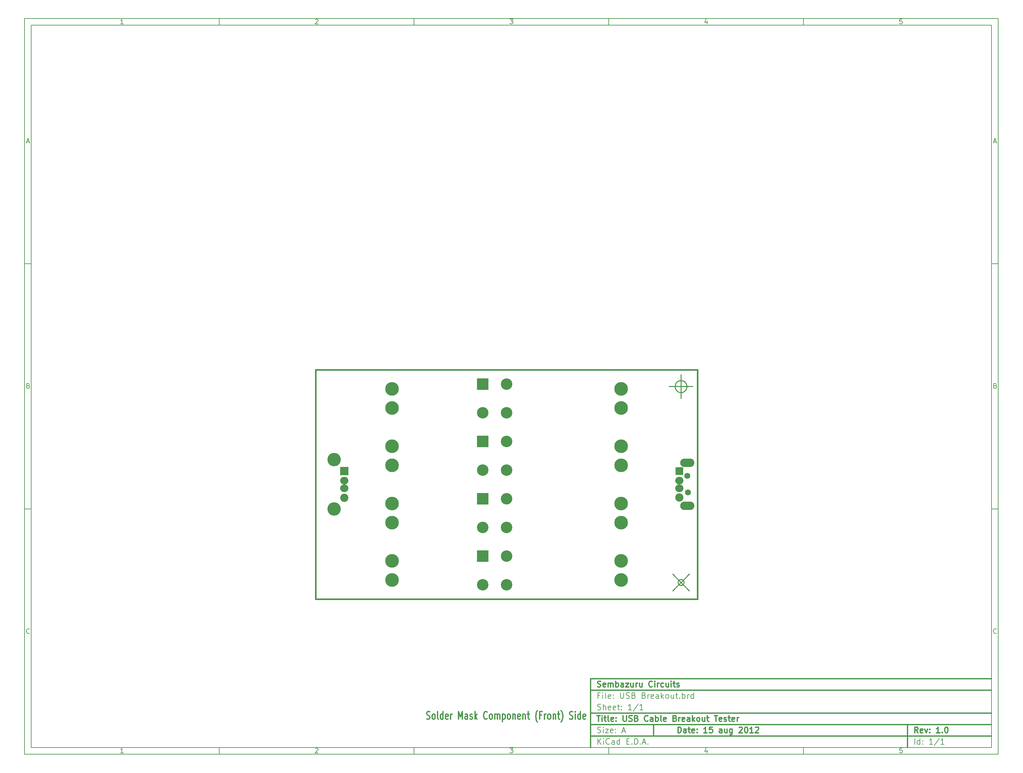
<source format=gts>
G04 (created by PCBNEW-RS274X (2012-01-19 BZR 3256)-stable) date 15/08/2012 23:21:53*
G01*
G70*
G90*
%MOIN*%
G04 Gerber Fmt 3.4, Leading zero omitted, Abs format*
%FSLAX34Y34*%
G04 APERTURE LIST*
%ADD10C,0.006000*%
%ADD11C,0.012000*%
%ADD12C,0.010000*%
%ADD13C,0.015000*%
%ADD14R,0.120000X0.120000*%
%ADD15C,0.120000*%
%ADD16R,0.083200X0.083200*%
%ADD17O,0.086200X0.079100*%
%ADD18C,0.086200*%
%ADD19O,0.148400X0.089400*%
%ADD20C,0.063300*%
%ADD21R,0.086200X0.086200*%
%ADD22C,0.140600*%
%ADD23C,0.143000*%
G04 APERTURE END LIST*
G54D10*
X-30500Y36750D02*
X71500Y36750D01*
X71500Y-40250D01*
X-30500Y-40250D01*
X-30500Y36750D01*
X-29800Y36050D02*
X70800Y36050D01*
X70800Y-39550D01*
X-29800Y-39550D01*
X-29800Y36050D01*
X-10100Y36750D02*
X-10100Y36050D01*
X-20157Y36198D02*
X-20443Y36198D01*
X-20300Y36198D02*
X-20300Y36698D01*
X-20348Y36626D01*
X-20395Y36579D01*
X-20443Y36555D01*
X-10100Y-40250D02*
X-10100Y-39550D01*
X-20157Y-40102D02*
X-20443Y-40102D01*
X-20300Y-40102D02*
X-20300Y-39602D01*
X-20348Y-39674D01*
X-20395Y-39721D01*
X-20443Y-39745D01*
X10300Y36750D02*
X10300Y36050D01*
X-00043Y36650D02*
X-00019Y36674D01*
X00029Y36698D01*
X00148Y36698D01*
X00195Y36674D01*
X00219Y36650D01*
X00243Y36602D01*
X00243Y36555D01*
X00219Y36483D01*
X-00067Y36198D01*
X00243Y36198D01*
X10300Y-40250D02*
X10300Y-39550D01*
X-00043Y-39650D02*
X-00019Y-39626D01*
X00029Y-39602D01*
X00148Y-39602D01*
X00195Y-39626D01*
X00219Y-39650D01*
X00243Y-39698D01*
X00243Y-39745D01*
X00219Y-39817D01*
X-00067Y-40102D01*
X00243Y-40102D01*
X30700Y36750D02*
X30700Y36050D01*
X20333Y36698D02*
X20643Y36698D01*
X20476Y36507D01*
X20548Y36507D01*
X20595Y36483D01*
X20619Y36460D01*
X20643Y36412D01*
X20643Y36293D01*
X20619Y36245D01*
X20595Y36221D01*
X20548Y36198D01*
X20405Y36198D01*
X20357Y36221D01*
X20333Y36245D01*
X30700Y-40250D02*
X30700Y-39550D01*
X20333Y-39602D02*
X20643Y-39602D01*
X20476Y-39793D01*
X20548Y-39793D01*
X20595Y-39817D01*
X20619Y-39840D01*
X20643Y-39888D01*
X20643Y-40007D01*
X20619Y-40055D01*
X20595Y-40079D01*
X20548Y-40102D01*
X20405Y-40102D01*
X20357Y-40079D01*
X20333Y-40055D01*
X51100Y36750D02*
X51100Y36050D01*
X40995Y36531D02*
X40995Y36198D01*
X40876Y36721D02*
X40757Y36364D01*
X41067Y36364D01*
X51100Y-40250D02*
X51100Y-39550D01*
X40995Y-39769D02*
X40995Y-40102D01*
X40876Y-39579D02*
X40757Y-39936D01*
X41067Y-39936D01*
X61419Y36698D02*
X61181Y36698D01*
X61157Y36460D01*
X61181Y36483D01*
X61229Y36507D01*
X61348Y36507D01*
X61395Y36483D01*
X61419Y36460D01*
X61443Y36412D01*
X61443Y36293D01*
X61419Y36245D01*
X61395Y36221D01*
X61348Y36198D01*
X61229Y36198D01*
X61181Y36221D01*
X61157Y36245D01*
X61419Y-39602D02*
X61181Y-39602D01*
X61157Y-39840D01*
X61181Y-39817D01*
X61229Y-39793D01*
X61348Y-39793D01*
X61395Y-39817D01*
X61419Y-39840D01*
X61443Y-39888D01*
X61443Y-40007D01*
X61419Y-40055D01*
X61395Y-40079D01*
X61348Y-40102D01*
X61229Y-40102D01*
X61181Y-40079D01*
X61157Y-40055D01*
X-30500Y11090D02*
X-29800Y11090D01*
X-30269Y23860D02*
X-30031Y23860D01*
X-30316Y23718D02*
X-30150Y24218D01*
X-29983Y23718D01*
X71500Y11090D02*
X70800Y11090D01*
X71031Y23860D02*
X71269Y23860D01*
X70984Y23718D02*
X71150Y24218D01*
X71317Y23718D01*
X-30500Y-14570D02*
X-29800Y-14570D01*
X-30114Y-01680D02*
X-30043Y-01704D01*
X-30019Y-01728D01*
X-29995Y-01776D01*
X-29995Y-01847D01*
X-30019Y-01895D01*
X-30043Y-01919D01*
X-30090Y-01942D01*
X-30281Y-01942D01*
X-30281Y-01442D01*
X-30114Y-01442D01*
X-30067Y-01466D01*
X-30043Y-01490D01*
X-30019Y-01538D01*
X-30019Y-01585D01*
X-30043Y-01633D01*
X-30067Y-01657D01*
X-30114Y-01680D01*
X-30281Y-01680D01*
X71500Y-14570D02*
X70800Y-14570D01*
X71186Y-01680D02*
X71257Y-01704D01*
X71281Y-01728D01*
X71305Y-01776D01*
X71305Y-01847D01*
X71281Y-01895D01*
X71257Y-01919D01*
X71210Y-01942D01*
X71019Y-01942D01*
X71019Y-01442D01*
X71186Y-01442D01*
X71233Y-01466D01*
X71257Y-01490D01*
X71281Y-01538D01*
X71281Y-01585D01*
X71257Y-01633D01*
X71233Y-01657D01*
X71186Y-01680D01*
X71019Y-01680D01*
X-29995Y-27555D02*
X-30019Y-27579D01*
X-30090Y-27602D01*
X-30138Y-27602D01*
X-30210Y-27579D01*
X-30257Y-27531D01*
X-30281Y-27483D01*
X-30305Y-27388D01*
X-30305Y-27317D01*
X-30281Y-27221D01*
X-30257Y-27174D01*
X-30210Y-27126D01*
X-30138Y-27102D01*
X-30090Y-27102D01*
X-30019Y-27126D01*
X-29995Y-27150D01*
X71305Y-27555D02*
X71281Y-27579D01*
X71210Y-27602D01*
X71162Y-27602D01*
X71090Y-27579D01*
X71043Y-27531D01*
X71019Y-27483D01*
X70995Y-27388D01*
X70995Y-27317D01*
X71019Y-27221D01*
X71043Y-27174D01*
X71090Y-27126D01*
X71162Y-27102D01*
X71210Y-27102D01*
X71281Y-27126D01*
X71305Y-27150D01*
G54D11*
X37943Y-37993D02*
X37943Y-37393D01*
X38086Y-37393D01*
X38171Y-37421D01*
X38229Y-37479D01*
X38257Y-37536D01*
X38286Y-37650D01*
X38286Y-37736D01*
X38257Y-37850D01*
X38229Y-37907D01*
X38171Y-37964D01*
X38086Y-37993D01*
X37943Y-37993D01*
X38800Y-37993D02*
X38800Y-37679D01*
X38771Y-37621D01*
X38714Y-37593D01*
X38600Y-37593D01*
X38543Y-37621D01*
X38800Y-37964D02*
X38743Y-37993D01*
X38600Y-37993D01*
X38543Y-37964D01*
X38514Y-37907D01*
X38514Y-37850D01*
X38543Y-37793D01*
X38600Y-37764D01*
X38743Y-37764D01*
X38800Y-37736D01*
X39000Y-37593D02*
X39229Y-37593D01*
X39086Y-37393D02*
X39086Y-37907D01*
X39114Y-37964D01*
X39172Y-37993D01*
X39229Y-37993D01*
X39657Y-37964D02*
X39600Y-37993D01*
X39486Y-37993D01*
X39429Y-37964D01*
X39400Y-37907D01*
X39400Y-37679D01*
X39429Y-37621D01*
X39486Y-37593D01*
X39600Y-37593D01*
X39657Y-37621D01*
X39686Y-37679D01*
X39686Y-37736D01*
X39400Y-37793D01*
X39943Y-37936D02*
X39971Y-37964D01*
X39943Y-37993D01*
X39914Y-37964D01*
X39943Y-37936D01*
X39943Y-37993D01*
X39943Y-37621D02*
X39971Y-37650D01*
X39943Y-37679D01*
X39914Y-37650D01*
X39943Y-37621D01*
X39943Y-37679D01*
X41000Y-37993D02*
X40657Y-37993D01*
X40829Y-37993D02*
X40829Y-37393D01*
X40772Y-37479D01*
X40714Y-37536D01*
X40657Y-37564D01*
X41543Y-37393D02*
X41257Y-37393D01*
X41228Y-37679D01*
X41257Y-37650D01*
X41314Y-37621D01*
X41457Y-37621D01*
X41514Y-37650D01*
X41543Y-37679D01*
X41571Y-37736D01*
X41571Y-37879D01*
X41543Y-37936D01*
X41514Y-37964D01*
X41457Y-37993D01*
X41314Y-37993D01*
X41257Y-37964D01*
X41228Y-37936D01*
X42542Y-37993D02*
X42542Y-37679D01*
X42513Y-37621D01*
X42456Y-37593D01*
X42342Y-37593D01*
X42285Y-37621D01*
X42542Y-37964D02*
X42485Y-37993D01*
X42342Y-37993D01*
X42285Y-37964D01*
X42256Y-37907D01*
X42256Y-37850D01*
X42285Y-37793D01*
X42342Y-37764D01*
X42485Y-37764D01*
X42542Y-37736D01*
X43085Y-37593D02*
X43085Y-37993D01*
X42828Y-37593D02*
X42828Y-37907D01*
X42856Y-37964D01*
X42914Y-37993D01*
X42999Y-37993D01*
X43056Y-37964D01*
X43085Y-37936D01*
X43628Y-37593D02*
X43628Y-38079D01*
X43599Y-38136D01*
X43571Y-38164D01*
X43514Y-38193D01*
X43428Y-38193D01*
X43371Y-38164D01*
X43628Y-37964D02*
X43571Y-37993D01*
X43457Y-37993D01*
X43399Y-37964D01*
X43371Y-37936D01*
X43342Y-37879D01*
X43342Y-37707D01*
X43371Y-37650D01*
X43399Y-37621D01*
X43457Y-37593D01*
X43571Y-37593D01*
X43628Y-37621D01*
X44342Y-37450D02*
X44371Y-37421D01*
X44428Y-37393D01*
X44571Y-37393D01*
X44628Y-37421D01*
X44657Y-37450D01*
X44685Y-37507D01*
X44685Y-37564D01*
X44657Y-37650D01*
X44314Y-37993D01*
X44685Y-37993D01*
X45056Y-37393D02*
X45113Y-37393D01*
X45170Y-37421D01*
X45199Y-37450D01*
X45228Y-37507D01*
X45256Y-37621D01*
X45256Y-37764D01*
X45228Y-37879D01*
X45199Y-37936D01*
X45170Y-37964D01*
X45113Y-37993D01*
X45056Y-37993D01*
X44999Y-37964D01*
X44970Y-37936D01*
X44942Y-37879D01*
X44913Y-37764D01*
X44913Y-37621D01*
X44942Y-37507D01*
X44970Y-37450D01*
X44999Y-37421D01*
X45056Y-37393D01*
X45827Y-37993D02*
X45484Y-37993D01*
X45656Y-37993D02*
X45656Y-37393D01*
X45599Y-37479D01*
X45541Y-37536D01*
X45484Y-37564D01*
X46055Y-37450D02*
X46084Y-37421D01*
X46141Y-37393D01*
X46284Y-37393D01*
X46341Y-37421D01*
X46370Y-37450D01*
X46398Y-37507D01*
X46398Y-37564D01*
X46370Y-37650D01*
X46027Y-37993D01*
X46398Y-37993D01*
G54D10*
X29543Y-39193D02*
X29543Y-38593D01*
X29886Y-39193D02*
X29629Y-38850D01*
X29886Y-38593D02*
X29543Y-38936D01*
X30143Y-39193D02*
X30143Y-38793D01*
X30143Y-38593D02*
X30114Y-38621D01*
X30143Y-38650D01*
X30171Y-38621D01*
X30143Y-38593D01*
X30143Y-38650D01*
X30772Y-39136D02*
X30743Y-39164D01*
X30657Y-39193D01*
X30600Y-39193D01*
X30515Y-39164D01*
X30457Y-39107D01*
X30429Y-39050D01*
X30400Y-38936D01*
X30400Y-38850D01*
X30429Y-38736D01*
X30457Y-38679D01*
X30515Y-38621D01*
X30600Y-38593D01*
X30657Y-38593D01*
X30743Y-38621D01*
X30772Y-38650D01*
X31286Y-39193D02*
X31286Y-38879D01*
X31257Y-38821D01*
X31200Y-38793D01*
X31086Y-38793D01*
X31029Y-38821D01*
X31286Y-39164D02*
X31229Y-39193D01*
X31086Y-39193D01*
X31029Y-39164D01*
X31000Y-39107D01*
X31000Y-39050D01*
X31029Y-38993D01*
X31086Y-38964D01*
X31229Y-38964D01*
X31286Y-38936D01*
X31829Y-39193D02*
X31829Y-38593D01*
X31829Y-39164D02*
X31772Y-39193D01*
X31658Y-39193D01*
X31600Y-39164D01*
X31572Y-39136D01*
X31543Y-39079D01*
X31543Y-38907D01*
X31572Y-38850D01*
X31600Y-38821D01*
X31658Y-38793D01*
X31772Y-38793D01*
X31829Y-38821D01*
X32572Y-38879D02*
X32772Y-38879D01*
X32858Y-39193D02*
X32572Y-39193D01*
X32572Y-38593D01*
X32858Y-38593D01*
X33115Y-39136D02*
X33143Y-39164D01*
X33115Y-39193D01*
X33086Y-39164D01*
X33115Y-39136D01*
X33115Y-39193D01*
X33401Y-39193D02*
X33401Y-38593D01*
X33544Y-38593D01*
X33629Y-38621D01*
X33687Y-38679D01*
X33715Y-38736D01*
X33744Y-38850D01*
X33744Y-38936D01*
X33715Y-39050D01*
X33687Y-39107D01*
X33629Y-39164D01*
X33544Y-39193D01*
X33401Y-39193D01*
X34001Y-39136D02*
X34029Y-39164D01*
X34001Y-39193D01*
X33972Y-39164D01*
X34001Y-39136D01*
X34001Y-39193D01*
X34258Y-39021D02*
X34544Y-39021D01*
X34201Y-39193D02*
X34401Y-38593D01*
X34601Y-39193D01*
X34801Y-39136D02*
X34829Y-39164D01*
X34801Y-39193D01*
X34772Y-39164D01*
X34801Y-39136D01*
X34801Y-39193D01*
G54D11*
X63086Y-37993D02*
X62886Y-37707D01*
X62743Y-37993D02*
X62743Y-37393D01*
X62971Y-37393D01*
X63029Y-37421D01*
X63057Y-37450D01*
X63086Y-37507D01*
X63086Y-37593D01*
X63057Y-37650D01*
X63029Y-37679D01*
X62971Y-37707D01*
X62743Y-37707D01*
X63571Y-37964D02*
X63514Y-37993D01*
X63400Y-37993D01*
X63343Y-37964D01*
X63314Y-37907D01*
X63314Y-37679D01*
X63343Y-37621D01*
X63400Y-37593D01*
X63514Y-37593D01*
X63571Y-37621D01*
X63600Y-37679D01*
X63600Y-37736D01*
X63314Y-37793D01*
X63800Y-37593D02*
X63943Y-37993D01*
X64085Y-37593D01*
X64314Y-37936D02*
X64342Y-37964D01*
X64314Y-37993D01*
X64285Y-37964D01*
X64314Y-37936D01*
X64314Y-37993D01*
X64314Y-37621D02*
X64342Y-37650D01*
X64314Y-37679D01*
X64285Y-37650D01*
X64314Y-37621D01*
X64314Y-37679D01*
X65371Y-37993D02*
X65028Y-37993D01*
X65200Y-37993D02*
X65200Y-37393D01*
X65143Y-37479D01*
X65085Y-37536D01*
X65028Y-37564D01*
X65628Y-37936D02*
X65656Y-37964D01*
X65628Y-37993D01*
X65599Y-37964D01*
X65628Y-37936D01*
X65628Y-37993D01*
X66028Y-37393D02*
X66085Y-37393D01*
X66142Y-37421D01*
X66171Y-37450D01*
X66200Y-37507D01*
X66228Y-37621D01*
X66228Y-37764D01*
X66200Y-37879D01*
X66171Y-37936D01*
X66142Y-37964D01*
X66085Y-37993D01*
X66028Y-37993D01*
X65971Y-37964D01*
X65942Y-37936D01*
X65914Y-37879D01*
X65885Y-37764D01*
X65885Y-37621D01*
X65914Y-37507D01*
X65942Y-37450D01*
X65971Y-37421D01*
X66028Y-37393D01*
G54D10*
X29514Y-37964D02*
X29600Y-37993D01*
X29743Y-37993D01*
X29800Y-37964D01*
X29829Y-37936D01*
X29857Y-37879D01*
X29857Y-37821D01*
X29829Y-37764D01*
X29800Y-37736D01*
X29743Y-37707D01*
X29629Y-37679D01*
X29571Y-37650D01*
X29543Y-37621D01*
X29514Y-37564D01*
X29514Y-37507D01*
X29543Y-37450D01*
X29571Y-37421D01*
X29629Y-37393D01*
X29771Y-37393D01*
X29857Y-37421D01*
X30114Y-37993D02*
X30114Y-37593D01*
X30114Y-37393D02*
X30085Y-37421D01*
X30114Y-37450D01*
X30142Y-37421D01*
X30114Y-37393D01*
X30114Y-37450D01*
X30343Y-37593D02*
X30657Y-37593D01*
X30343Y-37993D01*
X30657Y-37993D01*
X31114Y-37964D02*
X31057Y-37993D01*
X30943Y-37993D01*
X30886Y-37964D01*
X30857Y-37907D01*
X30857Y-37679D01*
X30886Y-37621D01*
X30943Y-37593D01*
X31057Y-37593D01*
X31114Y-37621D01*
X31143Y-37679D01*
X31143Y-37736D01*
X30857Y-37793D01*
X31400Y-37936D02*
X31428Y-37964D01*
X31400Y-37993D01*
X31371Y-37964D01*
X31400Y-37936D01*
X31400Y-37993D01*
X31400Y-37621D02*
X31428Y-37650D01*
X31400Y-37679D01*
X31371Y-37650D01*
X31400Y-37621D01*
X31400Y-37679D01*
X32114Y-37821D02*
X32400Y-37821D01*
X32057Y-37993D02*
X32257Y-37393D01*
X32457Y-37993D01*
X62743Y-39193D02*
X62743Y-38593D01*
X63286Y-39193D02*
X63286Y-38593D01*
X63286Y-39164D02*
X63229Y-39193D01*
X63115Y-39193D01*
X63057Y-39164D01*
X63029Y-39136D01*
X63000Y-39079D01*
X63000Y-38907D01*
X63029Y-38850D01*
X63057Y-38821D01*
X63115Y-38793D01*
X63229Y-38793D01*
X63286Y-38821D01*
X63572Y-39136D02*
X63600Y-39164D01*
X63572Y-39193D01*
X63543Y-39164D01*
X63572Y-39136D01*
X63572Y-39193D01*
X63572Y-38821D02*
X63600Y-38850D01*
X63572Y-38879D01*
X63543Y-38850D01*
X63572Y-38821D01*
X63572Y-38879D01*
X64629Y-39193D02*
X64286Y-39193D01*
X64458Y-39193D02*
X64458Y-38593D01*
X64401Y-38679D01*
X64343Y-38736D01*
X64286Y-38764D01*
X65314Y-38564D02*
X64800Y-39336D01*
X65829Y-39193D02*
X65486Y-39193D01*
X65658Y-39193D02*
X65658Y-38593D01*
X65601Y-38679D01*
X65543Y-38736D01*
X65486Y-38764D01*
G54D11*
X29457Y-36193D02*
X29800Y-36193D01*
X29629Y-36793D02*
X29629Y-36193D01*
X30000Y-36793D02*
X30000Y-36393D01*
X30000Y-36193D02*
X29971Y-36221D01*
X30000Y-36250D01*
X30028Y-36221D01*
X30000Y-36193D01*
X30000Y-36250D01*
X30200Y-36393D02*
X30429Y-36393D01*
X30286Y-36193D02*
X30286Y-36707D01*
X30314Y-36764D01*
X30372Y-36793D01*
X30429Y-36793D01*
X30715Y-36793D02*
X30657Y-36764D01*
X30629Y-36707D01*
X30629Y-36193D01*
X31171Y-36764D02*
X31114Y-36793D01*
X31000Y-36793D01*
X30943Y-36764D01*
X30914Y-36707D01*
X30914Y-36479D01*
X30943Y-36421D01*
X31000Y-36393D01*
X31114Y-36393D01*
X31171Y-36421D01*
X31200Y-36479D01*
X31200Y-36536D01*
X30914Y-36593D01*
X31457Y-36736D02*
X31485Y-36764D01*
X31457Y-36793D01*
X31428Y-36764D01*
X31457Y-36736D01*
X31457Y-36793D01*
X31457Y-36421D02*
X31485Y-36450D01*
X31457Y-36479D01*
X31428Y-36450D01*
X31457Y-36421D01*
X31457Y-36479D01*
X32200Y-36193D02*
X32200Y-36679D01*
X32228Y-36736D01*
X32257Y-36764D01*
X32314Y-36793D01*
X32428Y-36793D01*
X32486Y-36764D01*
X32514Y-36736D01*
X32543Y-36679D01*
X32543Y-36193D01*
X32800Y-36764D02*
X32886Y-36793D01*
X33029Y-36793D01*
X33086Y-36764D01*
X33115Y-36736D01*
X33143Y-36679D01*
X33143Y-36621D01*
X33115Y-36564D01*
X33086Y-36536D01*
X33029Y-36507D01*
X32915Y-36479D01*
X32857Y-36450D01*
X32829Y-36421D01*
X32800Y-36364D01*
X32800Y-36307D01*
X32829Y-36250D01*
X32857Y-36221D01*
X32915Y-36193D01*
X33057Y-36193D01*
X33143Y-36221D01*
X33600Y-36479D02*
X33686Y-36507D01*
X33714Y-36536D01*
X33743Y-36593D01*
X33743Y-36679D01*
X33714Y-36736D01*
X33686Y-36764D01*
X33628Y-36793D01*
X33400Y-36793D01*
X33400Y-36193D01*
X33600Y-36193D01*
X33657Y-36221D01*
X33686Y-36250D01*
X33714Y-36307D01*
X33714Y-36364D01*
X33686Y-36421D01*
X33657Y-36450D01*
X33600Y-36479D01*
X33400Y-36479D01*
X34800Y-36736D02*
X34771Y-36764D01*
X34685Y-36793D01*
X34628Y-36793D01*
X34543Y-36764D01*
X34485Y-36707D01*
X34457Y-36650D01*
X34428Y-36536D01*
X34428Y-36450D01*
X34457Y-36336D01*
X34485Y-36279D01*
X34543Y-36221D01*
X34628Y-36193D01*
X34685Y-36193D01*
X34771Y-36221D01*
X34800Y-36250D01*
X35314Y-36793D02*
X35314Y-36479D01*
X35285Y-36421D01*
X35228Y-36393D01*
X35114Y-36393D01*
X35057Y-36421D01*
X35314Y-36764D02*
X35257Y-36793D01*
X35114Y-36793D01*
X35057Y-36764D01*
X35028Y-36707D01*
X35028Y-36650D01*
X35057Y-36593D01*
X35114Y-36564D01*
X35257Y-36564D01*
X35314Y-36536D01*
X35600Y-36793D02*
X35600Y-36193D01*
X35600Y-36421D02*
X35657Y-36393D01*
X35771Y-36393D01*
X35828Y-36421D01*
X35857Y-36450D01*
X35886Y-36507D01*
X35886Y-36679D01*
X35857Y-36736D01*
X35828Y-36764D01*
X35771Y-36793D01*
X35657Y-36793D01*
X35600Y-36764D01*
X36229Y-36793D02*
X36171Y-36764D01*
X36143Y-36707D01*
X36143Y-36193D01*
X36685Y-36764D02*
X36628Y-36793D01*
X36514Y-36793D01*
X36457Y-36764D01*
X36428Y-36707D01*
X36428Y-36479D01*
X36457Y-36421D01*
X36514Y-36393D01*
X36628Y-36393D01*
X36685Y-36421D01*
X36714Y-36479D01*
X36714Y-36536D01*
X36428Y-36593D01*
X37628Y-36479D02*
X37714Y-36507D01*
X37742Y-36536D01*
X37771Y-36593D01*
X37771Y-36679D01*
X37742Y-36736D01*
X37714Y-36764D01*
X37656Y-36793D01*
X37428Y-36793D01*
X37428Y-36193D01*
X37628Y-36193D01*
X37685Y-36221D01*
X37714Y-36250D01*
X37742Y-36307D01*
X37742Y-36364D01*
X37714Y-36421D01*
X37685Y-36450D01*
X37628Y-36479D01*
X37428Y-36479D01*
X38028Y-36793D02*
X38028Y-36393D01*
X38028Y-36507D02*
X38056Y-36450D01*
X38085Y-36421D01*
X38142Y-36393D01*
X38199Y-36393D01*
X38627Y-36764D02*
X38570Y-36793D01*
X38456Y-36793D01*
X38399Y-36764D01*
X38370Y-36707D01*
X38370Y-36479D01*
X38399Y-36421D01*
X38456Y-36393D01*
X38570Y-36393D01*
X38627Y-36421D01*
X38656Y-36479D01*
X38656Y-36536D01*
X38370Y-36593D01*
X39170Y-36793D02*
X39170Y-36479D01*
X39141Y-36421D01*
X39084Y-36393D01*
X38970Y-36393D01*
X38913Y-36421D01*
X39170Y-36764D02*
X39113Y-36793D01*
X38970Y-36793D01*
X38913Y-36764D01*
X38884Y-36707D01*
X38884Y-36650D01*
X38913Y-36593D01*
X38970Y-36564D01*
X39113Y-36564D01*
X39170Y-36536D01*
X39456Y-36793D02*
X39456Y-36193D01*
X39513Y-36564D02*
X39684Y-36793D01*
X39684Y-36393D02*
X39456Y-36621D01*
X40028Y-36793D02*
X39970Y-36764D01*
X39942Y-36736D01*
X39913Y-36679D01*
X39913Y-36507D01*
X39942Y-36450D01*
X39970Y-36421D01*
X40028Y-36393D01*
X40113Y-36393D01*
X40170Y-36421D01*
X40199Y-36450D01*
X40228Y-36507D01*
X40228Y-36679D01*
X40199Y-36736D01*
X40170Y-36764D01*
X40113Y-36793D01*
X40028Y-36793D01*
X40742Y-36393D02*
X40742Y-36793D01*
X40485Y-36393D02*
X40485Y-36707D01*
X40513Y-36764D01*
X40571Y-36793D01*
X40656Y-36793D01*
X40713Y-36764D01*
X40742Y-36736D01*
X40942Y-36393D02*
X41171Y-36393D01*
X41028Y-36193D02*
X41028Y-36707D01*
X41056Y-36764D01*
X41114Y-36793D01*
X41171Y-36793D01*
X41742Y-36193D02*
X42085Y-36193D01*
X41914Y-36793D02*
X41914Y-36193D01*
X42513Y-36764D02*
X42456Y-36793D01*
X42342Y-36793D01*
X42285Y-36764D01*
X42256Y-36707D01*
X42256Y-36479D01*
X42285Y-36421D01*
X42342Y-36393D01*
X42456Y-36393D01*
X42513Y-36421D01*
X42542Y-36479D01*
X42542Y-36536D01*
X42256Y-36593D01*
X42770Y-36764D02*
X42827Y-36793D01*
X42942Y-36793D01*
X42999Y-36764D01*
X43027Y-36707D01*
X43027Y-36679D01*
X42999Y-36621D01*
X42942Y-36593D01*
X42856Y-36593D01*
X42799Y-36564D01*
X42770Y-36507D01*
X42770Y-36479D01*
X42799Y-36421D01*
X42856Y-36393D01*
X42942Y-36393D01*
X42999Y-36421D01*
X43199Y-36393D02*
X43428Y-36393D01*
X43285Y-36193D02*
X43285Y-36707D01*
X43313Y-36764D01*
X43371Y-36793D01*
X43428Y-36793D01*
X43856Y-36764D02*
X43799Y-36793D01*
X43685Y-36793D01*
X43628Y-36764D01*
X43599Y-36707D01*
X43599Y-36479D01*
X43628Y-36421D01*
X43685Y-36393D01*
X43799Y-36393D01*
X43856Y-36421D01*
X43885Y-36479D01*
X43885Y-36536D01*
X43599Y-36593D01*
X44142Y-36793D02*
X44142Y-36393D01*
X44142Y-36507D02*
X44170Y-36450D01*
X44199Y-36421D01*
X44256Y-36393D01*
X44313Y-36393D01*
G54D10*
X29743Y-34079D02*
X29543Y-34079D01*
X29543Y-34393D02*
X29543Y-33793D01*
X29829Y-33793D01*
X30057Y-34393D02*
X30057Y-33993D01*
X30057Y-33793D02*
X30028Y-33821D01*
X30057Y-33850D01*
X30085Y-33821D01*
X30057Y-33793D01*
X30057Y-33850D01*
X30429Y-34393D02*
X30371Y-34364D01*
X30343Y-34307D01*
X30343Y-33793D01*
X30885Y-34364D02*
X30828Y-34393D01*
X30714Y-34393D01*
X30657Y-34364D01*
X30628Y-34307D01*
X30628Y-34079D01*
X30657Y-34021D01*
X30714Y-33993D01*
X30828Y-33993D01*
X30885Y-34021D01*
X30914Y-34079D01*
X30914Y-34136D01*
X30628Y-34193D01*
X31171Y-34336D02*
X31199Y-34364D01*
X31171Y-34393D01*
X31142Y-34364D01*
X31171Y-34336D01*
X31171Y-34393D01*
X31171Y-34021D02*
X31199Y-34050D01*
X31171Y-34079D01*
X31142Y-34050D01*
X31171Y-34021D01*
X31171Y-34079D01*
X31914Y-33793D02*
X31914Y-34279D01*
X31942Y-34336D01*
X31971Y-34364D01*
X32028Y-34393D01*
X32142Y-34393D01*
X32200Y-34364D01*
X32228Y-34336D01*
X32257Y-34279D01*
X32257Y-33793D01*
X32514Y-34364D02*
X32600Y-34393D01*
X32743Y-34393D01*
X32800Y-34364D01*
X32829Y-34336D01*
X32857Y-34279D01*
X32857Y-34221D01*
X32829Y-34164D01*
X32800Y-34136D01*
X32743Y-34107D01*
X32629Y-34079D01*
X32571Y-34050D01*
X32543Y-34021D01*
X32514Y-33964D01*
X32514Y-33907D01*
X32543Y-33850D01*
X32571Y-33821D01*
X32629Y-33793D01*
X32771Y-33793D01*
X32857Y-33821D01*
X33314Y-34079D02*
X33400Y-34107D01*
X33428Y-34136D01*
X33457Y-34193D01*
X33457Y-34279D01*
X33428Y-34336D01*
X33400Y-34364D01*
X33342Y-34393D01*
X33114Y-34393D01*
X33114Y-33793D01*
X33314Y-33793D01*
X33371Y-33821D01*
X33400Y-33850D01*
X33428Y-33907D01*
X33428Y-33964D01*
X33400Y-34021D01*
X33371Y-34050D01*
X33314Y-34079D01*
X33114Y-34079D01*
X34371Y-34079D02*
X34457Y-34107D01*
X34485Y-34136D01*
X34514Y-34193D01*
X34514Y-34279D01*
X34485Y-34336D01*
X34457Y-34364D01*
X34399Y-34393D01*
X34171Y-34393D01*
X34171Y-33793D01*
X34371Y-33793D01*
X34428Y-33821D01*
X34457Y-33850D01*
X34485Y-33907D01*
X34485Y-33964D01*
X34457Y-34021D01*
X34428Y-34050D01*
X34371Y-34079D01*
X34171Y-34079D01*
X34771Y-34393D02*
X34771Y-33993D01*
X34771Y-34107D02*
X34799Y-34050D01*
X34828Y-34021D01*
X34885Y-33993D01*
X34942Y-33993D01*
X35370Y-34364D02*
X35313Y-34393D01*
X35199Y-34393D01*
X35142Y-34364D01*
X35113Y-34307D01*
X35113Y-34079D01*
X35142Y-34021D01*
X35199Y-33993D01*
X35313Y-33993D01*
X35370Y-34021D01*
X35399Y-34079D01*
X35399Y-34136D01*
X35113Y-34193D01*
X35913Y-34393D02*
X35913Y-34079D01*
X35884Y-34021D01*
X35827Y-33993D01*
X35713Y-33993D01*
X35656Y-34021D01*
X35913Y-34364D02*
X35856Y-34393D01*
X35713Y-34393D01*
X35656Y-34364D01*
X35627Y-34307D01*
X35627Y-34250D01*
X35656Y-34193D01*
X35713Y-34164D01*
X35856Y-34164D01*
X35913Y-34136D01*
X36199Y-34393D02*
X36199Y-33793D01*
X36256Y-34164D02*
X36427Y-34393D01*
X36427Y-33993D02*
X36199Y-34221D01*
X36771Y-34393D02*
X36713Y-34364D01*
X36685Y-34336D01*
X36656Y-34279D01*
X36656Y-34107D01*
X36685Y-34050D01*
X36713Y-34021D01*
X36771Y-33993D01*
X36856Y-33993D01*
X36913Y-34021D01*
X36942Y-34050D01*
X36971Y-34107D01*
X36971Y-34279D01*
X36942Y-34336D01*
X36913Y-34364D01*
X36856Y-34393D01*
X36771Y-34393D01*
X37485Y-33993D02*
X37485Y-34393D01*
X37228Y-33993D02*
X37228Y-34307D01*
X37256Y-34364D01*
X37314Y-34393D01*
X37399Y-34393D01*
X37456Y-34364D01*
X37485Y-34336D01*
X37685Y-33993D02*
X37914Y-33993D01*
X37771Y-33793D02*
X37771Y-34307D01*
X37799Y-34364D01*
X37857Y-34393D01*
X37914Y-34393D01*
X38114Y-34336D02*
X38142Y-34364D01*
X38114Y-34393D01*
X38085Y-34364D01*
X38114Y-34336D01*
X38114Y-34393D01*
X38400Y-34393D02*
X38400Y-33793D01*
X38400Y-34021D02*
X38457Y-33993D01*
X38571Y-33993D01*
X38628Y-34021D01*
X38657Y-34050D01*
X38686Y-34107D01*
X38686Y-34279D01*
X38657Y-34336D01*
X38628Y-34364D01*
X38571Y-34393D01*
X38457Y-34393D01*
X38400Y-34364D01*
X38943Y-34393D02*
X38943Y-33993D01*
X38943Y-34107D02*
X38971Y-34050D01*
X39000Y-34021D01*
X39057Y-33993D01*
X39114Y-33993D01*
X39571Y-34393D02*
X39571Y-33793D01*
X39571Y-34364D02*
X39514Y-34393D01*
X39400Y-34393D01*
X39342Y-34364D01*
X39314Y-34336D01*
X39285Y-34279D01*
X39285Y-34107D01*
X39314Y-34050D01*
X39342Y-34021D01*
X39400Y-33993D01*
X39514Y-33993D01*
X39571Y-34021D01*
X29514Y-35564D02*
X29600Y-35593D01*
X29743Y-35593D01*
X29800Y-35564D01*
X29829Y-35536D01*
X29857Y-35479D01*
X29857Y-35421D01*
X29829Y-35364D01*
X29800Y-35336D01*
X29743Y-35307D01*
X29629Y-35279D01*
X29571Y-35250D01*
X29543Y-35221D01*
X29514Y-35164D01*
X29514Y-35107D01*
X29543Y-35050D01*
X29571Y-35021D01*
X29629Y-34993D01*
X29771Y-34993D01*
X29857Y-35021D01*
X30114Y-35593D02*
X30114Y-34993D01*
X30371Y-35593D02*
X30371Y-35279D01*
X30342Y-35221D01*
X30285Y-35193D01*
X30200Y-35193D01*
X30142Y-35221D01*
X30114Y-35250D01*
X30885Y-35564D02*
X30828Y-35593D01*
X30714Y-35593D01*
X30657Y-35564D01*
X30628Y-35507D01*
X30628Y-35279D01*
X30657Y-35221D01*
X30714Y-35193D01*
X30828Y-35193D01*
X30885Y-35221D01*
X30914Y-35279D01*
X30914Y-35336D01*
X30628Y-35393D01*
X31399Y-35564D02*
X31342Y-35593D01*
X31228Y-35593D01*
X31171Y-35564D01*
X31142Y-35507D01*
X31142Y-35279D01*
X31171Y-35221D01*
X31228Y-35193D01*
X31342Y-35193D01*
X31399Y-35221D01*
X31428Y-35279D01*
X31428Y-35336D01*
X31142Y-35393D01*
X31599Y-35193D02*
X31828Y-35193D01*
X31685Y-34993D02*
X31685Y-35507D01*
X31713Y-35564D01*
X31771Y-35593D01*
X31828Y-35593D01*
X32028Y-35536D02*
X32056Y-35564D01*
X32028Y-35593D01*
X31999Y-35564D01*
X32028Y-35536D01*
X32028Y-35593D01*
X32028Y-35221D02*
X32056Y-35250D01*
X32028Y-35279D01*
X31999Y-35250D01*
X32028Y-35221D01*
X32028Y-35279D01*
X33085Y-35593D02*
X32742Y-35593D01*
X32914Y-35593D02*
X32914Y-34993D01*
X32857Y-35079D01*
X32799Y-35136D01*
X32742Y-35164D01*
X33770Y-34964D02*
X33256Y-35736D01*
X34285Y-35593D02*
X33942Y-35593D01*
X34114Y-35593D02*
X34114Y-34993D01*
X34057Y-35079D01*
X33999Y-35136D01*
X33942Y-35164D01*
G54D11*
X29514Y-33164D02*
X29600Y-33193D01*
X29743Y-33193D01*
X29800Y-33164D01*
X29829Y-33136D01*
X29857Y-33079D01*
X29857Y-33021D01*
X29829Y-32964D01*
X29800Y-32936D01*
X29743Y-32907D01*
X29629Y-32879D01*
X29571Y-32850D01*
X29543Y-32821D01*
X29514Y-32764D01*
X29514Y-32707D01*
X29543Y-32650D01*
X29571Y-32621D01*
X29629Y-32593D01*
X29771Y-32593D01*
X29857Y-32621D01*
X30342Y-33164D02*
X30285Y-33193D01*
X30171Y-33193D01*
X30114Y-33164D01*
X30085Y-33107D01*
X30085Y-32879D01*
X30114Y-32821D01*
X30171Y-32793D01*
X30285Y-32793D01*
X30342Y-32821D01*
X30371Y-32879D01*
X30371Y-32936D01*
X30085Y-32993D01*
X30628Y-33193D02*
X30628Y-32793D01*
X30628Y-32850D02*
X30656Y-32821D01*
X30714Y-32793D01*
X30799Y-32793D01*
X30856Y-32821D01*
X30885Y-32879D01*
X30885Y-33193D01*
X30885Y-32879D02*
X30914Y-32821D01*
X30971Y-32793D01*
X31056Y-32793D01*
X31114Y-32821D01*
X31142Y-32879D01*
X31142Y-33193D01*
X31428Y-33193D02*
X31428Y-32593D01*
X31428Y-32821D02*
X31485Y-32793D01*
X31599Y-32793D01*
X31656Y-32821D01*
X31685Y-32850D01*
X31714Y-32907D01*
X31714Y-33079D01*
X31685Y-33136D01*
X31656Y-33164D01*
X31599Y-33193D01*
X31485Y-33193D01*
X31428Y-33164D01*
X32228Y-33193D02*
X32228Y-32879D01*
X32199Y-32821D01*
X32142Y-32793D01*
X32028Y-32793D01*
X31971Y-32821D01*
X32228Y-33164D02*
X32171Y-33193D01*
X32028Y-33193D01*
X31971Y-33164D01*
X31942Y-33107D01*
X31942Y-33050D01*
X31971Y-32993D01*
X32028Y-32964D01*
X32171Y-32964D01*
X32228Y-32936D01*
X32457Y-32793D02*
X32771Y-32793D01*
X32457Y-33193D01*
X32771Y-33193D01*
X33257Y-32793D02*
X33257Y-33193D01*
X33000Y-32793D02*
X33000Y-33107D01*
X33028Y-33164D01*
X33086Y-33193D01*
X33171Y-33193D01*
X33228Y-33164D01*
X33257Y-33136D01*
X33543Y-33193D02*
X33543Y-32793D01*
X33543Y-32907D02*
X33571Y-32850D01*
X33600Y-32821D01*
X33657Y-32793D01*
X33714Y-32793D01*
X34171Y-32793D02*
X34171Y-33193D01*
X33914Y-32793D02*
X33914Y-33107D01*
X33942Y-33164D01*
X34000Y-33193D01*
X34085Y-33193D01*
X34142Y-33164D01*
X34171Y-33136D01*
X35257Y-33136D02*
X35228Y-33164D01*
X35142Y-33193D01*
X35085Y-33193D01*
X35000Y-33164D01*
X34942Y-33107D01*
X34914Y-33050D01*
X34885Y-32936D01*
X34885Y-32850D01*
X34914Y-32736D01*
X34942Y-32679D01*
X35000Y-32621D01*
X35085Y-32593D01*
X35142Y-32593D01*
X35228Y-32621D01*
X35257Y-32650D01*
X35514Y-33193D02*
X35514Y-32793D01*
X35514Y-32593D02*
X35485Y-32621D01*
X35514Y-32650D01*
X35542Y-32621D01*
X35514Y-32593D01*
X35514Y-32650D01*
X35800Y-33193D02*
X35800Y-32793D01*
X35800Y-32907D02*
X35828Y-32850D01*
X35857Y-32821D01*
X35914Y-32793D01*
X35971Y-32793D01*
X36428Y-33164D02*
X36371Y-33193D01*
X36257Y-33193D01*
X36199Y-33164D01*
X36171Y-33136D01*
X36142Y-33079D01*
X36142Y-32907D01*
X36171Y-32850D01*
X36199Y-32821D01*
X36257Y-32793D01*
X36371Y-32793D01*
X36428Y-32821D01*
X36942Y-32793D02*
X36942Y-33193D01*
X36685Y-32793D02*
X36685Y-33107D01*
X36713Y-33164D01*
X36771Y-33193D01*
X36856Y-33193D01*
X36913Y-33164D01*
X36942Y-33136D01*
X37228Y-33193D02*
X37228Y-32793D01*
X37228Y-32593D02*
X37199Y-32621D01*
X37228Y-32650D01*
X37256Y-32621D01*
X37228Y-32593D01*
X37228Y-32650D01*
X37428Y-32793D02*
X37657Y-32793D01*
X37514Y-32593D02*
X37514Y-33107D01*
X37542Y-33164D01*
X37600Y-33193D01*
X37657Y-33193D01*
X37828Y-33164D02*
X37885Y-33193D01*
X38000Y-33193D01*
X38057Y-33164D01*
X38085Y-33107D01*
X38085Y-33079D01*
X38057Y-33021D01*
X38000Y-32993D01*
X37914Y-32993D01*
X37857Y-32964D01*
X37828Y-32907D01*
X37828Y-32879D01*
X37857Y-32821D01*
X37914Y-32793D01*
X38000Y-32793D01*
X38057Y-32821D01*
X28800Y-32350D02*
X28800Y-39550D01*
X28800Y-33550D02*
X70800Y-33550D01*
X28800Y-32350D02*
X70800Y-32350D01*
X28800Y-35950D02*
X70800Y-35950D01*
X62000Y-37150D02*
X62000Y-39550D01*
X28800Y-38350D02*
X70800Y-38350D01*
X28800Y-37150D02*
X70800Y-37150D01*
X35400Y-37150D02*
X35400Y-38350D01*
X11614Y-36536D02*
X11700Y-36574D01*
X11843Y-36574D01*
X11900Y-36536D01*
X11929Y-36498D01*
X11957Y-36421D01*
X11957Y-36345D01*
X11929Y-36269D01*
X11900Y-36231D01*
X11843Y-36193D01*
X11729Y-36155D01*
X11671Y-36117D01*
X11643Y-36079D01*
X11614Y-36002D01*
X11614Y-35926D01*
X11643Y-35850D01*
X11671Y-35812D01*
X11729Y-35774D01*
X11871Y-35774D01*
X11957Y-35812D01*
X12300Y-36574D02*
X12242Y-36536D01*
X12214Y-36498D01*
X12185Y-36421D01*
X12185Y-36193D01*
X12214Y-36117D01*
X12242Y-36079D01*
X12300Y-36040D01*
X12385Y-36040D01*
X12442Y-36079D01*
X12471Y-36117D01*
X12500Y-36193D01*
X12500Y-36421D01*
X12471Y-36498D01*
X12442Y-36536D01*
X12385Y-36574D01*
X12300Y-36574D01*
X12843Y-36574D02*
X12785Y-36536D01*
X12757Y-36460D01*
X12757Y-35774D01*
X13328Y-36574D02*
X13328Y-35774D01*
X13328Y-36536D02*
X13271Y-36574D01*
X13157Y-36574D01*
X13099Y-36536D01*
X13071Y-36498D01*
X13042Y-36421D01*
X13042Y-36193D01*
X13071Y-36117D01*
X13099Y-36079D01*
X13157Y-36040D01*
X13271Y-36040D01*
X13328Y-36079D01*
X13842Y-36536D02*
X13785Y-36574D01*
X13671Y-36574D01*
X13614Y-36536D01*
X13585Y-36460D01*
X13585Y-36155D01*
X13614Y-36079D01*
X13671Y-36040D01*
X13785Y-36040D01*
X13842Y-36079D01*
X13871Y-36155D01*
X13871Y-36231D01*
X13585Y-36307D01*
X14128Y-36574D02*
X14128Y-36040D01*
X14128Y-36193D02*
X14156Y-36117D01*
X14185Y-36079D01*
X14242Y-36040D01*
X14299Y-36040D01*
X14956Y-36574D02*
X14956Y-35774D01*
X15156Y-36345D01*
X15356Y-35774D01*
X15356Y-36574D01*
X15899Y-36574D02*
X15899Y-36155D01*
X15870Y-36079D01*
X15813Y-36040D01*
X15699Y-36040D01*
X15642Y-36079D01*
X15899Y-36536D02*
X15842Y-36574D01*
X15699Y-36574D01*
X15642Y-36536D01*
X15613Y-36460D01*
X15613Y-36383D01*
X15642Y-36307D01*
X15699Y-36269D01*
X15842Y-36269D01*
X15899Y-36231D01*
X16156Y-36536D02*
X16213Y-36574D01*
X16328Y-36574D01*
X16385Y-36536D01*
X16413Y-36460D01*
X16413Y-36421D01*
X16385Y-36345D01*
X16328Y-36307D01*
X16242Y-36307D01*
X16185Y-36269D01*
X16156Y-36193D01*
X16156Y-36155D01*
X16185Y-36079D01*
X16242Y-36040D01*
X16328Y-36040D01*
X16385Y-36079D01*
X16671Y-36574D02*
X16671Y-35774D01*
X16728Y-36269D02*
X16899Y-36574D01*
X16899Y-36040D02*
X16671Y-36345D01*
X17957Y-36498D02*
X17928Y-36536D01*
X17842Y-36574D01*
X17785Y-36574D01*
X17700Y-36536D01*
X17642Y-36460D01*
X17614Y-36383D01*
X17585Y-36231D01*
X17585Y-36117D01*
X17614Y-35964D01*
X17642Y-35888D01*
X17700Y-35812D01*
X17785Y-35774D01*
X17842Y-35774D01*
X17928Y-35812D01*
X17957Y-35850D01*
X18300Y-36574D02*
X18242Y-36536D01*
X18214Y-36498D01*
X18185Y-36421D01*
X18185Y-36193D01*
X18214Y-36117D01*
X18242Y-36079D01*
X18300Y-36040D01*
X18385Y-36040D01*
X18442Y-36079D01*
X18471Y-36117D01*
X18500Y-36193D01*
X18500Y-36421D01*
X18471Y-36498D01*
X18442Y-36536D01*
X18385Y-36574D01*
X18300Y-36574D01*
X18757Y-36574D02*
X18757Y-36040D01*
X18757Y-36117D02*
X18785Y-36079D01*
X18843Y-36040D01*
X18928Y-36040D01*
X18985Y-36079D01*
X19014Y-36155D01*
X19014Y-36574D01*
X19014Y-36155D02*
X19043Y-36079D01*
X19100Y-36040D01*
X19185Y-36040D01*
X19243Y-36079D01*
X19271Y-36155D01*
X19271Y-36574D01*
X19557Y-36040D02*
X19557Y-36840D01*
X19557Y-36079D02*
X19614Y-36040D01*
X19728Y-36040D01*
X19785Y-36079D01*
X19814Y-36117D01*
X19843Y-36193D01*
X19843Y-36421D01*
X19814Y-36498D01*
X19785Y-36536D01*
X19728Y-36574D01*
X19614Y-36574D01*
X19557Y-36536D01*
X20186Y-36574D02*
X20128Y-36536D01*
X20100Y-36498D01*
X20071Y-36421D01*
X20071Y-36193D01*
X20100Y-36117D01*
X20128Y-36079D01*
X20186Y-36040D01*
X20271Y-36040D01*
X20328Y-36079D01*
X20357Y-36117D01*
X20386Y-36193D01*
X20386Y-36421D01*
X20357Y-36498D01*
X20328Y-36536D01*
X20271Y-36574D01*
X20186Y-36574D01*
X20643Y-36040D02*
X20643Y-36574D01*
X20643Y-36117D02*
X20671Y-36079D01*
X20729Y-36040D01*
X20814Y-36040D01*
X20871Y-36079D01*
X20900Y-36155D01*
X20900Y-36574D01*
X21414Y-36536D02*
X21357Y-36574D01*
X21243Y-36574D01*
X21186Y-36536D01*
X21157Y-36460D01*
X21157Y-36155D01*
X21186Y-36079D01*
X21243Y-36040D01*
X21357Y-36040D01*
X21414Y-36079D01*
X21443Y-36155D01*
X21443Y-36231D01*
X21157Y-36307D01*
X21700Y-36040D02*
X21700Y-36574D01*
X21700Y-36117D02*
X21728Y-36079D01*
X21786Y-36040D01*
X21871Y-36040D01*
X21928Y-36079D01*
X21957Y-36155D01*
X21957Y-36574D01*
X22157Y-36040D02*
X22386Y-36040D01*
X22243Y-35774D02*
X22243Y-36460D01*
X22271Y-36536D01*
X22329Y-36574D01*
X22386Y-36574D01*
X23214Y-36879D02*
X23186Y-36840D01*
X23129Y-36726D01*
X23100Y-36650D01*
X23071Y-36536D01*
X23043Y-36345D01*
X23043Y-36193D01*
X23071Y-36002D01*
X23100Y-35888D01*
X23129Y-35812D01*
X23186Y-35698D01*
X23214Y-35660D01*
X23643Y-36155D02*
X23443Y-36155D01*
X23443Y-36574D02*
X23443Y-35774D01*
X23729Y-35774D01*
X23957Y-36574D02*
X23957Y-36040D01*
X23957Y-36193D02*
X23985Y-36117D01*
X24014Y-36079D01*
X24071Y-36040D01*
X24128Y-36040D01*
X24414Y-36574D02*
X24356Y-36536D01*
X24328Y-36498D01*
X24299Y-36421D01*
X24299Y-36193D01*
X24328Y-36117D01*
X24356Y-36079D01*
X24414Y-36040D01*
X24499Y-36040D01*
X24556Y-36079D01*
X24585Y-36117D01*
X24614Y-36193D01*
X24614Y-36421D01*
X24585Y-36498D01*
X24556Y-36536D01*
X24499Y-36574D01*
X24414Y-36574D01*
X24871Y-36040D02*
X24871Y-36574D01*
X24871Y-36117D02*
X24899Y-36079D01*
X24957Y-36040D01*
X25042Y-36040D01*
X25099Y-36079D01*
X25128Y-36155D01*
X25128Y-36574D01*
X25328Y-36040D02*
X25557Y-36040D01*
X25414Y-35774D02*
X25414Y-36460D01*
X25442Y-36536D01*
X25500Y-36574D01*
X25557Y-36574D01*
X25700Y-36879D02*
X25728Y-36840D01*
X25785Y-36726D01*
X25814Y-36650D01*
X25843Y-36536D01*
X25871Y-36345D01*
X25871Y-36193D01*
X25843Y-36002D01*
X25814Y-35888D01*
X25785Y-35812D01*
X25728Y-35698D01*
X25700Y-35660D01*
X26585Y-36536D02*
X26671Y-36574D01*
X26814Y-36574D01*
X26871Y-36536D01*
X26900Y-36498D01*
X26928Y-36421D01*
X26928Y-36345D01*
X26900Y-36269D01*
X26871Y-36231D01*
X26814Y-36193D01*
X26700Y-36155D01*
X26642Y-36117D01*
X26614Y-36079D01*
X26585Y-36002D01*
X26585Y-35926D01*
X26614Y-35850D01*
X26642Y-35812D01*
X26700Y-35774D01*
X26842Y-35774D01*
X26928Y-35812D01*
X27185Y-36574D02*
X27185Y-36040D01*
X27185Y-35774D02*
X27156Y-35812D01*
X27185Y-35850D01*
X27213Y-35812D01*
X27185Y-35774D01*
X27185Y-35850D01*
X27728Y-36574D02*
X27728Y-35774D01*
X27728Y-36536D02*
X27671Y-36574D01*
X27557Y-36574D01*
X27499Y-36536D01*
X27471Y-36498D01*
X27442Y-36421D01*
X27442Y-36193D01*
X27471Y-36117D01*
X27499Y-36079D01*
X27557Y-36040D01*
X27671Y-36040D01*
X27728Y-36079D01*
X28242Y-36536D02*
X28185Y-36574D01*
X28071Y-36574D01*
X28014Y-36536D01*
X27985Y-36460D01*
X27985Y-36155D01*
X28014Y-36079D01*
X28071Y-36040D01*
X28185Y-36040D01*
X28242Y-36079D01*
X28271Y-36155D01*
X28271Y-36231D01*
X27985Y-36307D01*
G54D12*
X38562Y-22250D02*
X38556Y-22310D01*
X38538Y-22368D01*
X38509Y-22422D01*
X38471Y-22469D01*
X38424Y-22508D01*
X38370Y-22537D01*
X38312Y-22555D01*
X38252Y-22561D01*
X38192Y-22556D01*
X38134Y-22539D01*
X38080Y-22511D01*
X38032Y-22472D01*
X37993Y-22426D01*
X37964Y-22372D01*
X37945Y-22314D01*
X37939Y-22254D01*
X37944Y-22194D01*
X37960Y-22136D01*
X37988Y-22081D01*
X38026Y-22034D01*
X38072Y-21994D01*
X38126Y-21965D01*
X38184Y-21946D01*
X38244Y-21939D01*
X38304Y-21943D01*
X38362Y-21960D01*
X38417Y-21987D01*
X38465Y-22025D01*
X38504Y-22071D01*
X38535Y-22124D01*
X38554Y-22181D01*
X38561Y-22242D01*
X38562Y-22250D01*
X37375Y-21375D02*
X39125Y-23125D01*
X37375Y-23125D02*
X39125Y-21375D01*
X38875Y-01750D02*
X38863Y-01871D01*
X38827Y-01988D01*
X38770Y-02095D01*
X38693Y-02190D01*
X38599Y-02268D01*
X38492Y-02326D01*
X38375Y-02362D01*
X38254Y-02374D01*
X38133Y-02363D01*
X38016Y-02329D01*
X37908Y-02272D01*
X37813Y-02196D01*
X37735Y-02103D01*
X37676Y-01996D01*
X37639Y-01879D01*
X37626Y-01758D01*
X37636Y-01638D01*
X37669Y-01520D01*
X37725Y-01412D01*
X37801Y-01316D01*
X37894Y-01237D01*
X38000Y-01178D01*
X38116Y-01140D01*
X38237Y-01126D01*
X38358Y-01135D01*
X38476Y-01168D01*
X38584Y-01223D01*
X38681Y-01298D01*
X38760Y-01390D01*
X38820Y-01496D01*
X38859Y-01612D01*
X38874Y-01733D01*
X38875Y-01750D01*
X37000Y-01750D02*
X39500Y-01750D01*
X38250Y-00500D02*
X38250Y-03000D01*
G54D13*
X40000Y-24000D02*
X00000Y-24000D01*
X00000Y00000D02*
X40000Y00000D01*
X00000Y-24000D02*
X00000Y00000D01*
X40000Y00000D02*
X40000Y-24000D01*
G54D14*
X17500Y-19500D03*
G54D15*
X20000Y-19500D03*
X17500Y-22500D03*
X20000Y-22500D03*
G54D14*
X17500Y-13500D03*
G54D15*
X20000Y-13500D03*
X17500Y-16500D03*
X20000Y-16500D03*
G54D14*
X17500Y-07500D03*
G54D15*
X20000Y-07500D03*
X17500Y-10500D03*
X20000Y-10500D03*
G54D14*
X17500Y-01500D03*
G54D15*
X20000Y-01500D03*
X17500Y-04500D03*
X20000Y-04500D03*
G54D16*
X38100Y-10622D03*
G54D17*
X38100Y-11606D03*
X38100Y-12394D03*
G54D18*
X38100Y-13378D03*
G54D19*
X38927Y-09756D03*
X38927Y-14244D03*
G54D20*
X38927Y-11114D03*
X38986Y-12827D03*
G54D18*
X03000Y-13400D03*
G54D17*
X03000Y-12400D03*
X03000Y-11600D03*
G54D21*
X03000Y-10600D03*
G54D22*
X01933Y-14587D03*
X01933Y-09413D03*
G54D23*
X08000Y-16000D03*
X08000Y-14000D03*
X32000Y-04000D03*
X32000Y-02000D03*
X08000Y-22000D03*
X08000Y-20000D03*
X08000Y-10000D03*
X08000Y-08000D03*
X32000Y-22000D03*
X32000Y-20000D03*
X32000Y-16000D03*
X32000Y-14000D03*
X32000Y-10000D03*
X32000Y-08000D03*
X08000Y-04000D03*
X08000Y-02000D03*
M02*

</source>
